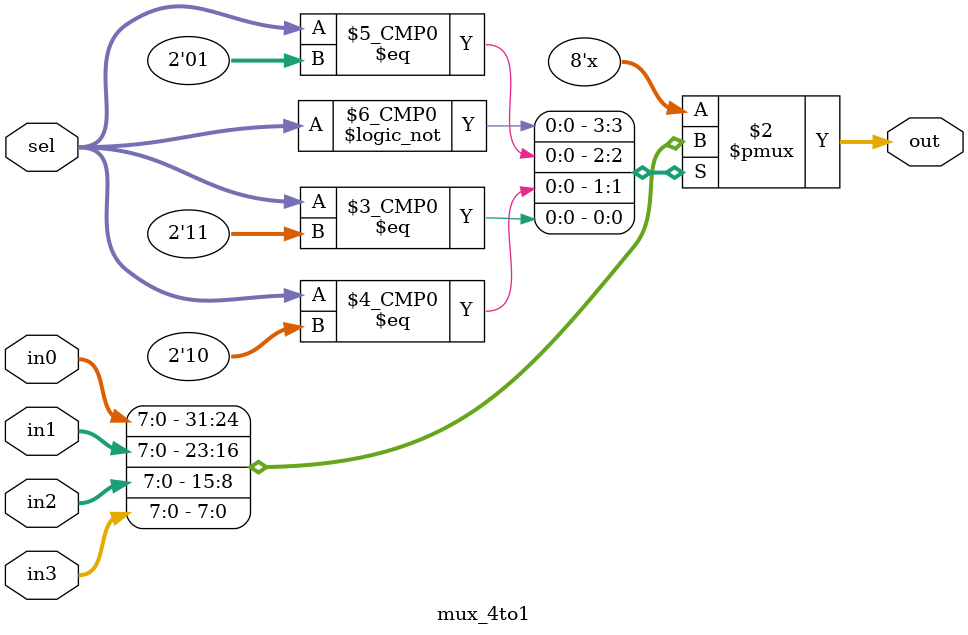
<source format=v>
`timescale 1ns / 1ps



module mux_4to1 (
    input [7:0] in0,
    input [7:0] in1,
    input [7:0] in2,
    input [7:0] in3,
    input [1:0] sel,
    output reg [7:0] out
);
    
    always @(*) begin
        case (sel)
            2'b00: out = in0;
            2'b01: out = in1;
            2'b10: out = in2;
            2'b11: out = in3;
            default: out = 8'b00000000;
        endcase
    end
endmodule

</source>
